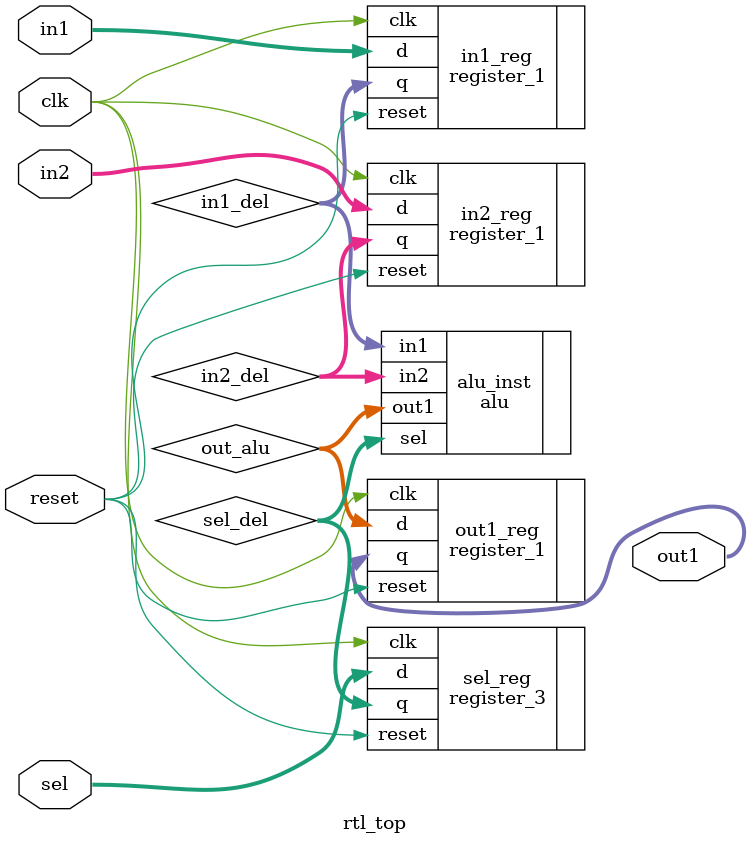
<source format=v>
`timescale 1ns/1ns

module rtl_top (clk,reset,in1,in2,sel,out1);
	input clk, reset;
	input [7:0] in1, in2;
	input [2:0] sel;
	output [7:0] out1;

	//-----------------------------------------------
	// insert RTL components
	//-----------------------------------------------

	// intermediate signals for instances
	wire [7:0] in1_del,in2_del,out_alu;
	wire [2:0] sel_del;
	
	// register for in1
	register_1 in1_reg (.clk (clk),
	.reset (reset),
	.d (in1),
	.q (in1_del)); 

	// register for in2
	register_1 in2_reg (.clk (clk),
	.reset (reset),
	.d (in2),
	.q (in2_del));

	// register for sel
	register_3 sel_reg (.clk (clk),
	.reset (reset),
	.d (sel),
	.q (sel_del));

	// alu
	alu alu_inst (.in1(in1_del),
	.in2(in2_del),
	.sel(sel_del),
	.out1(out_alu));

	// register for out1 
	register_1 out1_reg (.clk (clk),
	.reset (reset),
	.d (out_alu),
	.q (out1));


endmodule

</source>
